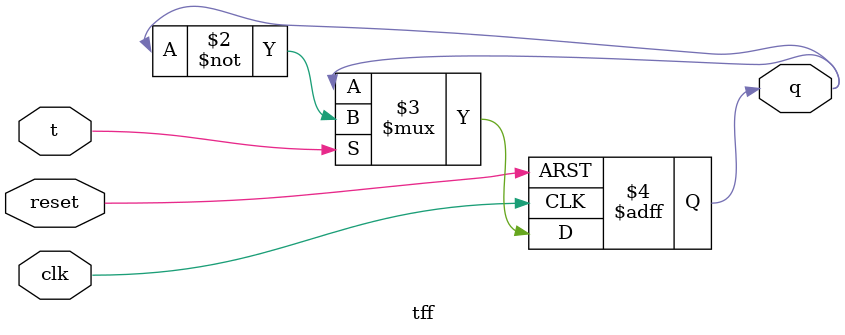
<source format=v>
module tff(
	input clk,
	input reset,
	input t,
	output reg q
	);

//changing negedge clk to posedge clk will give down counter
// reset is asynchronous. (independent of clk)

always @ (negedge clk or posedge reset)
if(reset)
	q<= 1'b0;
else begin
	q <= t ? ~q : q;
end

endmodule
</source>
